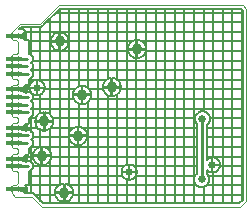
<source format=gbl>
G04 EAGLE Gerber X2 export*
%TF.Part,Single*%
%TF.FileFunction,Other,bottom copper*%
%TF.FilePolarity,Positive*%
%TF.GenerationSoftware,Autodesk,EAGLE,9.6.2*%
%TF.CreationDate,2020-07-07T11:12:48Z*%
G75*
%MOMM*%
%FSLAX34Y34*%
%LPD*%
%INbottom copper*%
%AMOC8*
5,1,8,0,0,1.08239X$1,22.5*%
G01*
%ADD10C,0.000000*%
%ADD11R,1.350000X0.450000*%
%ADD12C,0.454000*%
%ADD13C,0.254000*%
%ADD14C,0.935000*%
%ADD15C,0.304800*%
%ADD16C,0.127000*%
%ADD17C,0.680000*%
%ADD18C,0.203200*%


D10*
X0Y-23000D02*
X3000Y-26000D01*
X17000Y-26000D01*
X39750Y136500D02*
X195500Y136500D01*
X39750Y136500D02*
X23750Y120500D01*
X7000Y120500D01*
X0Y113500D01*
X0Y107500D01*
X0Y94000D02*
X0Y75000D01*
X1000Y74000D01*
X4000Y74000D01*
X5000Y73000D01*
X5000Y70000D02*
X4000Y69000D01*
X1000Y69000D01*
X0Y68000D01*
X5000Y70000D02*
X5000Y73000D01*
X0Y68000D02*
X0Y42500D01*
X1000Y41500D01*
X4000Y41500D01*
X5000Y40500D01*
X5000Y37500D02*
X4000Y36500D01*
X1000Y36500D01*
X0Y35500D01*
X5000Y37500D02*
X5000Y40500D01*
X0Y-16500D02*
X0Y-23000D01*
X0Y-3000D02*
X0Y9500D01*
X0Y16500D02*
X0Y35500D01*
X0Y-3000D02*
X1000Y-4000D01*
X4000Y-4000D02*
X5000Y-5000D01*
X4000Y-4000D02*
X1000Y-4000D01*
X5000Y-5000D02*
X5000Y-14500D01*
X4000Y-15500D01*
X1000Y-15500D01*
X0Y-16500D01*
X1000Y106500D02*
X0Y107500D01*
X1000Y106500D02*
X4000Y106500D01*
X5000Y105500D01*
X5000Y96000D01*
X4000Y95000D01*
X1000Y95000D01*
X0Y94000D01*
X0Y16500D02*
X1000Y15500D01*
X4000Y15500D01*
X5000Y14500D01*
X5000Y11500D01*
X4000Y10500D01*
X1000Y10500D01*
X0Y9500D01*
X17000Y-26000D02*
X25500Y-34500D01*
X193500Y-34500D01*
X198500Y-29500D01*
X198500Y133500D01*
X195500Y136500D01*
D11*
X2000Y91000D03*
X2000Y84500D03*
X2000Y78000D03*
X2000Y65000D03*
X2000Y58500D03*
X2000Y52000D03*
X2000Y45500D03*
X2000Y32500D03*
X2000Y26000D03*
X2000Y19500D03*
X2000Y6500D03*
X2000Y0D03*
X2000Y-19500D03*
X2000Y110500D03*
D12*
X6500Y0D03*
X0Y0D03*
D13*
X2000Y0D02*
X13500Y0D01*
D12*
X0Y65000D03*
X6500Y65000D03*
X0Y110500D03*
X6500Y110500D03*
X0Y6500D03*
D14*
X44516Y-22388D03*
D12*
X0Y-19500D03*
X6500Y-19500D03*
X6500Y6500D03*
X6500Y32500D03*
X0Y32500D03*
D14*
X106018Y99112D03*
X59644Y60400D03*
X27644Y37888D03*
X56144Y25750D03*
D15*
X6500Y110500D02*
X0Y110500D01*
D13*
X12000Y35000D02*
X6500Y32500D01*
X12000Y30600D02*
X12000Y35000D01*
X12000Y30600D02*
X6500Y32500D01*
X6500Y65000D02*
X12000Y67500D01*
X12000Y63100D01*
X6500Y65000D01*
X12500Y8500D02*
X12500Y4600D01*
X7000Y6500D01*
X12000Y-18000D02*
X12000Y-22000D01*
X6500Y-19500D01*
X6500Y110500D02*
X10730Y112423D01*
X10730Y108577D01*
X6500Y110500D01*
D16*
X6500Y65000D02*
X2000Y65000D01*
D14*
X40662Y105604D03*
D13*
X12500Y8500D02*
X6500Y6500D01*
X12000Y-18000D02*
X6500Y-19500D01*
D14*
X25644Y8750D03*
D17*
X21500Y66500D03*
D14*
X84644Y66900D03*
D18*
X11786Y7196D02*
X11786Y6500D01*
X11786Y7196D02*
X11766Y7271D01*
X11766Y9147D01*
X11578Y9849D01*
X13884Y9849D01*
X14851Y10816D01*
X14851Y15214D01*
X15175Y15214D01*
X17686Y17725D01*
X17686Y21275D01*
X16261Y22700D01*
X17786Y24225D01*
X17786Y27775D01*
X15275Y30286D01*
X11766Y30286D01*
X11766Y31729D01*
X11786Y31804D01*
X11786Y32500D01*
X6500Y32500D01*
X6500Y32500D01*
X11786Y32500D01*
X11786Y33196D01*
X11766Y33271D01*
X11766Y35147D01*
X11578Y35849D01*
X13884Y35849D01*
X14851Y36816D01*
X14851Y41214D01*
X15375Y41214D01*
X17886Y43725D01*
X17886Y47275D01*
X16311Y48850D01*
X17686Y50225D01*
X17686Y53775D01*
X16261Y55200D01*
X17786Y56725D01*
X17786Y60275D01*
X15275Y62786D01*
X11766Y62786D01*
X11766Y64229D01*
X11786Y64304D01*
X11786Y65000D01*
X6500Y65000D01*
X6500Y65000D01*
X11786Y65000D01*
X11786Y65696D01*
X11766Y65771D01*
X11766Y67647D01*
X11578Y68349D01*
X13884Y68349D01*
X14851Y69316D01*
X14851Y73714D01*
X15275Y73714D01*
X17786Y76225D01*
X17786Y79775D01*
X16261Y81300D01*
X17686Y82725D01*
X17686Y86275D01*
X16211Y87750D01*
X17686Y89225D01*
X17686Y92775D01*
X15175Y95286D01*
X14851Y95286D01*
X14851Y105804D01*
X13884Y106771D01*
X11536Y106771D01*
X11766Y107001D01*
X11766Y109729D01*
X11786Y109804D01*
X11786Y110500D01*
X11766Y110500D01*
X11766Y110500D01*
X11786Y110500D01*
X11786Y111196D01*
X11766Y111271D01*
X11766Y113999D01*
X9999Y115766D01*
X7271Y115766D01*
X7196Y115786D01*
X6551Y115786D01*
X8249Y117484D01*
X24999Y117484D01*
X26766Y119251D01*
X40999Y133484D01*
X194251Y133484D01*
X195484Y132251D01*
X195484Y-28251D01*
X192251Y-31484D01*
X26749Y-31484D01*
X18249Y-22984D01*
X11520Y-22984D01*
X11560Y-22914D01*
X11766Y-22147D01*
X11766Y-20271D01*
X11786Y-20196D01*
X11786Y-19500D01*
X6500Y-19500D01*
X6500Y-19500D01*
X11786Y-19500D01*
X11786Y-18804D01*
X11766Y-18729D01*
X11766Y-16853D01*
X11578Y-16151D01*
X13884Y-16151D01*
X14851Y-15184D01*
X14851Y-4286D01*
X15275Y-4286D01*
X17786Y-1775D01*
X17786Y1775D01*
X15275Y4286D01*
X11766Y4286D01*
X11766Y5729D01*
X11786Y5804D01*
X11786Y6500D01*
X6500Y6500D01*
X6500Y6500D01*
X11786Y6500D01*
X168001Y38724D02*
X168001Y41276D01*
X167024Y43634D01*
X165220Y45439D01*
X162862Y46416D01*
X160309Y46416D01*
X157951Y45439D01*
X156146Y43634D01*
X155169Y41276D01*
X155169Y38724D01*
X156146Y36366D01*
X157067Y35445D01*
X156657Y-6269D01*
X155457Y-7470D01*
X154480Y-9828D01*
X154480Y-12380D01*
X155457Y-14738D01*
X157262Y-16543D01*
X159620Y-17520D01*
X162172Y-17520D01*
X164530Y-16543D01*
X166335Y-14738D01*
X167312Y-12380D01*
X167312Y-9828D01*
X166335Y-7470D01*
X165229Y-6363D01*
X165260Y-3205D01*
X165926Y-3872D01*
X166977Y-4574D01*
X168145Y-5057D01*
X169384Y-5304D01*
X170016Y-5304D01*
X170016Y1112D01*
X170016Y1112D01*
X170016Y-5304D01*
X170648Y-5304D01*
X171887Y-5057D01*
X173055Y-4574D01*
X174106Y-3872D01*
X175000Y-2978D01*
X175702Y-1927D01*
X176185Y-759D01*
X176432Y480D01*
X176432Y1112D01*
X170016Y1112D01*
X170016Y1112D01*
X176432Y1112D01*
X176432Y1744D01*
X176185Y2983D01*
X175702Y4151D01*
X175000Y5202D01*
X174106Y6096D01*
X173055Y6798D01*
X171887Y7281D01*
X170648Y7528D01*
X170016Y7528D01*
X170016Y1112D01*
X170016Y1112D01*
X170016Y7528D01*
X169384Y7528D01*
X168145Y7281D01*
X166977Y6798D01*
X165926Y6096D01*
X165345Y5515D01*
X165634Y34976D01*
X167024Y36366D01*
X168001Y38724D01*
X99500Y1416D02*
X99500Y-5000D01*
X99500Y-5000D01*
X99500Y1416D01*
X98868Y1416D01*
X97629Y1169D01*
X96461Y686D01*
X95410Y-16D01*
X94516Y-910D01*
X93814Y-1961D01*
X93331Y-3129D01*
X93084Y-4368D01*
X93084Y-5000D01*
X99500Y-5000D01*
X99500Y-5000D01*
X93084Y-5000D01*
X93084Y-5632D01*
X93331Y-6871D01*
X93814Y-8039D01*
X94516Y-9090D01*
X95410Y-9984D01*
X96461Y-10686D01*
X97629Y-11169D01*
X98868Y-11416D01*
X99500Y-11416D01*
X99500Y-5000D01*
X99500Y-5000D01*
X99500Y-11416D01*
X100132Y-11416D01*
X101371Y-11169D01*
X102539Y-10686D01*
X103590Y-9984D01*
X104484Y-9090D01*
X105186Y-8039D01*
X105669Y-6871D01*
X105916Y-5632D01*
X105916Y-5000D01*
X99500Y-5000D01*
X99500Y-5000D01*
X105916Y-5000D01*
X105916Y-4368D01*
X105669Y-3129D01*
X105186Y-1961D01*
X104484Y-910D01*
X103590Y-16D01*
X102539Y686D01*
X101371Y1169D01*
X100132Y1416D01*
X99500Y1416D01*
X85003Y67259D02*
X85003Y74591D01*
X85003Y67259D02*
X84285Y67259D01*
X84285Y74591D01*
X83886Y74591D01*
X82401Y74295D01*
X81001Y73716D01*
X79741Y72874D01*
X78670Y71803D01*
X77828Y70543D01*
X77249Y69143D01*
X76953Y67658D01*
X76953Y67259D01*
X84285Y67259D01*
X84285Y66541D01*
X76953Y66541D01*
X76953Y66142D01*
X77249Y64657D01*
X77828Y63257D01*
X78670Y61997D01*
X79741Y60926D01*
X81001Y60084D01*
X82401Y59505D01*
X83886Y59209D01*
X84285Y59209D01*
X84285Y66541D01*
X85003Y66541D01*
X85003Y59209D01*
X85402Y59209D01*
X86887Y59505D01*
X88287Y60084D01*
X89547Y60926D01*
X90618Y61997D01*
X91460Y63257D01*
X92039Y64657D01*
X92335Y66142D01*
X92335Y66541D01*
X85003Y66541D01*
X85003Y67259D01*
X92335Y67259D01*
X92335Y67658D01*
X92039Y69143D01*
X91460Y70543D01*
X90618Y71803D01*
X89547Y72874D01*
X88287Y73716D01*
X86887Y74295D01*
X85402Y74591D01*
X85003Y74591D01*
X26003Y16441D02*
X26003Y9109D01*
X25285Y9109D01*
X25285Y16441D01*
X24886Y16441D01*
X23401Y16145D01*
X22001Y15566D01*
X20741Y14724D01*
X19670Y13653D01*
X18828Y12393D01*
X18249Y10993D01*
X17953Y9508D01*
X17953Y9109D01*
X25285Y9109D01*
X25285Y8391D01*
X17953Y8391D01*
X17953Y7992D01*
X18249Y6507D01*
X18828Y5107D01*
X19670Y3847D01*
X20741Y2776D01*
X22001Y1934D01*
X23401Y1355D01*
X24886Y1059D01*
X25285Y1059D01*
X25285Y8391D01*
X26003Y8391D01*
X26003Y1059D01*
X26402Y1059D01*
X27887Y1355D01*
X29287Y1934D01*
X30547Y2776D01*
X31618Y3847D01*
X32460Y5107D01*
X33039Y6507D01*
X33335Y7992D01*
X33335Y8391D01*
X26003Y8391D01*
X26003Y9109D01*
X33335Y9109D01*
X33335Y9508D01*
X33039Y10993D01*
X32460Y12393D01*
X31618Y13653D01*
X30547Y14724D01*
X29287Y15566D01*
X27887Y16145D01*
X26402Y16441D01*
X26003Y16441D01*
X56503Y26109D02*
X56503Y33441D01*
X56503Y26109D02*
X55785Y26109D01*
X55785Y33441D01*
X55386Y33441D01*
X53901Y33145D01*
X52501Y32566D01*
X51241Y31724D01*
X50170Y30653D01*
X49328Y29393D01*
X48749Y27993D01*
X48453Y26508D01*
X48453Y26109D01*
X55785Y26109D01*
X55785Y25391D01*
X48453Y25391D01*
X48453Y24992D01*
X48749Y23507D01*
X49328Y22107D01*
X50170Y20847D01*
X51241Y19776D01*
X52501Y18934D01*
X53901Y18355D01*
X55386Y18059D01*
X55785Y18059D01*
X55785Y25391D01*
X56503Y25391D01*
X56503Y18059D01*
X56902Y18059D01*
X58387Y18355D01*
X59787Y18934D01*
X61047Y19776D01*
X62118Y20847D01*
X62960Y22107D01*
X63539Y23507D01*
X63835Y24992D01*
X63835Y25391D01*
X56503Y25391D01*
X56503Y26109D01*
X63835Y26109D01*
X63835Y26508D01*
X63539Y27993D01*
X62960Y29393D01*
X62118Y30653D01*
X61047Y31724D01*
X59787Y32566D01*
X58387Y33145D01*
X56902Y33441D01*
X56503Y33441D01*
X60003Y60759D02*
X60003Y68091D01*
X60003Y60759D02*
X59285Y60759D01*
X59285Y68091D01*
X58886Y68091D01*
X57401Y67795D01*
X56001Y67216D01*
X54741Y66374D01*
X53670Y65303D01*
X52828Y64043D01*
X52249Y62643D01*
X51953Y61158D01*
X51953Y60759D01*
X59285Y60759D01*
X59285Y60041D01*
X51953Y60041D01*
X51953Y59642D01*
X52249Y58157D01*
X52828Y56757D01*
X53670Y55497D01*
X54741Y54426D01*
X56001Y53584D01*
X57401Y53005D01*
X58886Y52709D01*
X59285Y52709D01*
X59285Y60041D01*
X60003Y60041D01*
X60003Y52709D01*
X60402Y52709D01*
X61887Y53005D01*
X63287Y53584D01*
X64547Y54426D01*
X65618Y55497D01*
X66460Y56757D01*
X67039Y58157D01*
X67335Y59642D01*
X67335Y60041D01*
X60003Y60041D01*
X60003Y60759D01*
X67335Y60759D01*
X67335Y61158D01*
X67039Y62643D01*
X66460Y64043D01*
X65618Y65303D01*
X64547Y66374D01*
X63287Y67216D01*
X61887Y67795D01*
X60402Y68091D01*
X60003Y68091D01*
X44875Y-14697D02*
X44875Y-22029D01*
X44157Y-22029D01*
X44157Y-14697D01*
X43758Y-14697D01*
X42273Y-14993D01*
X40873Y-15572D01*
X39613Y-16414D01*
X38542Y-17485D01*
X37700Y-18745D01*
X37121Y-20145D01*
X36825Y-21630D01*
X36825Y-22029D01*
X44157Y-22029D01*
X44157Y-22747D01*
X36825Y-22747D01*
X36825Y-23146D01*
X37121Y-24631D01*
X37700Y-26031D01*
X38542Y-27291D01*
X39613Y-28362D01*
X40873Y-29204D01*
X42273Y-29783D01*
X43758Y-30079D01*
X44157Y-30079D01*
X44157Y-22747D01*
X44875Y-22747D01*
X44875Y-30079D01*
X45274Y-30079D01*
X46759Y-29783D01*
X48159Y-29204D01*
X49419Y-28362D01*
X50490Y-27291D01*
X51332Y-26031D01*
X51911Y-24631D01*
X52207Y-23146D01*
X52207Y-22747D01*
X44875Y-22747D01*
X44875Y-22029D01*
X52207Y-22029D01*
X52207Y-21630D01*
X51911Y-20145D01*
X51332Y-18745D01*
X50490Y-17485D01*
X49419Y-16414D01*
X48159Y-15572D01*
X46759Y-14993D01*
X45274Y-14697D01*
X44875Y-14697D01*
X106377Y99471D02*
X106377Y106803D01*
X106377Y99471D02*
X105659Y99471D01*
X105659Y106803D01*
X105260Y106803D01*
X103775Y106507D01*
X102375Y105928D01*
X101115Y105086D01*
X100044Y104015D01*
X99202Y102755D01*
X98623Y101355D01*
X98327Y99870D01*
X98327Y99471D01*
X105659Y99471D01*
X105659Y98753D01*
X98327Y98753D01*
X98327Y98354D01*
X98623Y96869D01*
X99202Y95469D01*
X100044Y94209D01*
X101115Y93138D01*
X102375Y92296D01*
X103775Y91717D01*
X105260Y91421D01*
X105659Y91421D01*
X105659Y98753D01*
X106377Y98753D01*
X106377Y91421D01*
X106776Y91421D01*
X108261Y91717D01*
X109661Y92296D01*
X110921Y93138D01*
X111992Y94209D01*
X112834Y95469D01*
X113413Y96869D01*
X113709Y98354D01*
X113709Y98753D01*
X106377Y98753D01*
X106377Y99471D01*
X113709Y99471D01*
X113709Y99870D01*
X113413Y101355D01*
X112834Y102755D01*
X111992Y104015D01*
X110921Y105086D01*
X109661Y105928D01*
X108261Y106507D01*
X106776Y106803D01*
X106377Y106803D01*
X28003Y45579D02*
X28003Y38247D01*
X27285Y38247D01*
X27285Y45579D01*
X26886Y45579D01*
X25401Y45283D01*
X24001Y44704D01*
X22741Y43862D01*
X21670Y42791D01*
X20828Y41531D01*
X20249Y40131D01*
X19953Y38646D01*
X19953Y38247D01*
X27285Y38247D01*
X27285Y37529D01*
X19953Y37529D01*
X19953Y37130D01*
X20249Y35645D01*
X20828Y34245D01*
X21670Y32985D01*
X22741Y31914D01*
X24001Y31072D01*
X25401Y30493D01*
X26886Y30197D01*
X27285Y30197D01*
X27285Y37529D01*
X28003Y37529D01*
X28003Y30197D01*
X28402Y30197D01*
X29887Y30493D01*
X31287Y31072D01*
X32547Y31914D01*
X33618Y32985D01*
X34460Y34245D01*
X35039Y35645D01*
X35335Y37130D01*
X35335Y37529D01*
X28003Y37529D01*
X28003Y38247D01*
X35335Y38247D01*
X35335Y38646D01*
X35039Y40131D01*
X34460Y41531D01*
X33618Y42791D01*
X32547Y43862D01*
X31287Y44704D01*
X29887Y45283D01*
X28402Y45579D01*
X28003Y45579D01*
X41021Y105963D02*
X41021Y113295D01*
X41021Y105963D02*
X40303Y105963D01*
X40303Y113295D01*
X39904Y113295D01*
X38419Y112999D01*
X37019Y112420D01*
X35759Y111578D01*
X34688Y110507D01*
X33846Y109247D01*
X33267Y107847D01*
X32971Y106362D01*
X32971Y105963D01*
X40303Y105963D01*
X40303Y105245D01*
X32971Y105245D01*
X32971Y104846D01*
X33267Y103361D01*
X33846Y101961D01*
X34688Y100701D01*
X35759Y99630D01*
X37019Y98788D01*
X38419Y98209D01*
X39904Y97913D01*
X40303Y97913D01*
X40303Y105245D01*
X41021Y105245D01*
X41021Y97913D01*
X41420Y97913D01*
X42905Y98209D01*
X44305Y98788D01*
X45565Y99630D01*
X46636Y100701D01*
X47478Y101961D01*
X48057Y103361D01*
X48353Y104846D01*
X48353Y105245D01*
X41021Y105245D01*
X41021Y105963D01*
X48353Y105963D01*
X48353Y106362D01*
X48057Y107847D01*
X47478Y109247D01*
X46636Y110507D01*
X45565Y111578D01*
X44305Y112420D01*
X42905Y112999D01*
X41420Y113295D01*
X41021Y113295D01*
X21500Y72916D02*
X21500Y66500D01*
X21500Y66500D01*
X21500Y72916D01*
X20868Y72916D01*
X19629Y72669D01*
X18461Y72186D01*
X17410Y71484D01*
X16516Y70590D01*
X15814Y69539D01*
X15331Y68371D01*
X15084Y67132D01*
X15084Y66500D01*
X21500Y66500D01*
X21500Y66500D01*
X15084Y66500D01*
X15084Y65868D01*
X15331Y64629D01*
X15814Y63461D01*
X16516Y62410D01*
X17410Y61516D01*
X18461Y60814D01*
X19629Y60331D01*
X20868Y60084D01*
X21500Y60084D01*
X21500Y66500D01*
X21500Y66500D01*
X21500Y60084D01*
X22132Y60084D01*
X23371Y60331D01*
X24539Y60814D01*
X25590Y61516D01*
X26484Y62410D01*
X27186Y63461D01*
X27669Y64629D01*
X27916Y65868D01*
X27916Y66500D01*
X21500Y66500D01*
X21500Y66500D01*
X27916Y66500D01*
X27916Y67132D01*
X27669Y68371D01*
X27186Y69539D01*
X26484Y70590D01*
X25590Y71484D01*
X24539Y72186D01*
X23371Y72669D01*
X22132Y72916D01*
X21500Y72916D01*
X19649Y-24384D02*
X37071Y-24384D01*
X44157Y-24384D02*
X44875Y-24384D01*
X51961Y-24384D02*
X195484Y-24384D01*
X39850Y-16256D02*
X11606Y-16256D01*
X44157Y-16256D02*
X44875Y-16256D01*
X49182Y-16256D02*
X156975Y-16256D01*
X164818Y-16256D02*
X195484Y-16256D01*
X93874Y-8128D02*
X14851Y-8128D01*
X99500Y-8128D02*
X99500Y-8128D01*
X105126Y-8128D02*
X155184Y-8128D01*
X166608Y-8128D02*
X195484Y-8128D01*
X95435Y0D02*
X17786Y0D01*
X99500Y0D02*
X99500Y0D01*
X103565Y0D02*
X156719Y0D01*
X170016Y0D02*
X170016Y0D01*
X176336Y0D02*
X195484Y0D01*
X17953Y8128D02*
X11766Y8128D01*
X25285Y8128D02*
X26003Y8128D01*
X33335Y8128D02*
X156799Y8128D01*
X165371Y8128D02*
X195484Y8128D01*
X23957Y16256D02*
X16217Y16256D01*
X25285Y16256D02*
X26003Y16256D01*
X27331Y16256D02*
X156878Y16256D01*
X165451Y16256D02*
X195484Y16256D01*
X48574Y24384D02*
X17786Y24384D01*
X55785Y24384D02*
X56503Y24384D01*
X63714Y24384D02*
X156958Y24384D01*
X165531Y24384D02*
X195484Y24384D01*
X22143Y32512D02*
X11786Y32512D01*
X27285Y32512D02*
X28003Y32512D01*
X33145Y32512D02*
X52421Y32512D01*
X55785Y32512D02*
X56503Y32512D01*
X59867Y32512D02*
X157038Y32512D01*
X165610Y32512D02*
X195484Y32512D01*
X20459Y40640D02*
X14851Y40640D01*
X27285Y40640D02*
X28003Y40640D01*
X34829Y40640D02*
X155169Y40640D01*
X168001Y40640D02*
X195484Y40640D01*
X195484Y48768D02*
X16393Y48768D01*
X17786Y56896D02*
X52771Y56896D01*
X59285Y56896D02*
X60003Y56896D01*
X66517Y56896D02*
X195484Y56896D01*
X15252Y65024D02*
X11786Y65024D01*
X21500Y65024D02*
X21500Y65024D01*
X27748Y65024D02*
X53484Y65024D01*
X59285Y65024D02*
X60003Y65024D01*
X65804Y65024D02*
X77175Y65024D01*
X84285Y65024D02*
X85003Y65024D01*
X92112Y65024D02*
X195484Y65024D01*
X80157Y73152D02*
X14851Y73152D01*
X84285Y73152D02*
X85003Y73152D01*
X89131Y73152D02*
X195484Y73152D01*
X195484Y81280D02*
X16281Y81280D01*
X17686Y89408D02*
X195484Y89408D01*
X98490Y97536D02*
X14851Y97536D01*
X105659Y97536D02*
X106377Y97536D01*
X113546Y97536D02*
X195484Y97536D01*
X40303Y105664D02*
X14851Y105664D01*
X41021Y105664D02*
X101980Y105664D01*
X105659Y105664D02*
X106377Y105664D01*
X110056Y105664D02*
X195484Y105664D01*
X195484Y113792D02*
X11766Y113792D01*
X29435Y121920D02*
X195484Y121920D01*
X195484Y130048D02*
X37563Y130048D01*
X8128Y-19500D02*
X8128Y-19500D01*
X8128Y6500D02*
X8128Y6500D01*
X8128Y32500D02*
X8128Y32500D01*
X8128Y65000D02*
X8128Y65000D01*
X8128Y115766D02*
X8128Y117363D01*
X16256Y-3305D02*
X16256Y-22984D01*
X16256Y3305D02*
X16256Y16295D01*
X16256Y29305D02*
X16256Y42095D01*
X16256Y61805D02*
X16256Y62800D01*
X16256Y66500D02*
X16256Y66500D01*
X16256Y70200D02*
X16256Y74695D01*
X16256Y87705D02*
X16256Y87795D01*
X16256Y94205D02*
X16256Y117484D01*
X24384Y1159D02*
X24384Y-29119D01*
X24384Y8391D02*
X24384Y9109D01*
X24384Y16341D02*
X24384Y30914D01*
X24384Y37529D02*
X24384Y38247D01*
X24384Y44862D02*
X24384Y60750D01*
X24384Y66500D02*
X24384Y66500D01*
X24384Y72250D02*
X24384Y117484D01*
X32512Y5233D02*
X32512Y-31484D01*
X32512Y8391D02*
X32512Y9109D01*
X32512Y12267D02*
X32512Y31891D01*
X32512Y37529D02*
X32512Y38247D01*
X32512Y43885D02*
X32512Y124997D01*
X40640Y-29048D02*
X40640Y-31484D01*
X40640Y-22747D02*
X40640Y-22029D01*
X40640Y-15728D02*
X40640Y105245D01*
X40640Y105963D02*
X40640Y133125D01*
X48768Y-28797D02*
X48768Y-31484D01*
X48768Y-22747D02*
X48768Y-22029D01*
X48768Y-15979D02*
X48768Y23460D01*
X48768Y25391D02*
X48768Y26109D01*
X48768Y28040D02*
X48768Y133484D01*
X56896Y18059D02*
X56896Y-31484D01*
X56896Y25391D02*
X56896Y26109D01*
X56896Y33441D02*
X56896Y53214D01*
X56896Y60041D02*
X56896Y60759D01*
X56896Y67586D02*
X56896Y133484D01*
X65024Y54903D02*
X65024Y-31484D01*
X65024Y60041D02*
X65024Y60759D01*
X65024Y65897D02*
X65024Y133484D01*
X73152Y133484D02*
X73152Y-31484D01*
X81280Y-31484D02*
X81280Y59969D01*
X81280Y66541D02*
X81280Y67259D01*
X81280Y73831D02*
X81280Y133484D01*
X89408Y60833D02*
X89408Y-31484D01*
X89408Y66541D02*
X89408Y67259D01*
X89408Y72967D02*
X89408Y133484D01*
X97536Y-11131D02*
X97536Y-31484D01*
X97536Y-5000D02*
X97536Y-5000D01*
X97536Y1131D02*
X97536Y133484D01*
X105664Y-6885D02*
X105664Y-31484D01*
X105664Y-5000D02*
X105664Y-5000D01*
X105664Y-3115D02*
X105664Y98753D01*
X105664Y99471D02*
X105664Y133484D01*
X113792Y133484D02*
X113792Y-31484D01*
X121920Y-31484D02*
X121920Y133484D01*
X130048Y133484D02*
X130048Y-31484D01*
X138176Y-31484D02*
X138176Y133484D01*
X146304Y133484D02*
X146304Y-31484D01*
X154432Y-31484D02*
X154432Y133484D01*
X162560Y-17359D02*
X162560Y-31484D01*
X162560Y46416D02*
X162560Y133484D01*
X170688Y-5296D02*
X170688Y-31484D01*
X170688Y1112D02*
X170688Y1112D01*
X170688Y7520D02*
X170688Y133484D01*
X178816Y133484D02*
X178816Y-31484D01*
X186944Y-31484D02*
X186944Y133484D01*
X195072Y132663D02*
X195072Y-28663D01*
D17*
X170016Y1112D03*
X99500Y-5000D03*
D12*
X6500Y19500D03*
X0Y19500D03*
D13*
X2000Y19500D02*
X13400Y19500D01*
D12*
X6500Y26000D03*
D16*
X2000Y26000D01*
D13*
X13500Y26000D01*
D12*
X0Y26000D03*
X6500Y45500D03*
D16*
X2000Y45500D01*
D12*
X0Y45500D03*
D13*
X2000Y45500D02*
X13600Y45500D01*
D12*
X6500Y52000D03*
X0Y52000D03*
D13*
X2000Y52000D02*
X13400Y52000D01*
D12*
X6500Y58500D03*
X0Y58500D03*
D13*
X2000Y58500D02*
X13500Y58500D01*
D12*
X6500Y84500D03*
D16*
X2000Y84500D01*
D12*
X0Y84500D03*
D13*
X2000Y84500D02*
X13400Y84500D01*
D12*
X6500Y78000D03*
X0Y78000D03*
D13*
X2000Y78000D02*
X13500Y78000D01*
D12*
X6500Y91000D03*
X0Y91000D03*
D13*
X2000Y91000D02*
X13400Y91000D01*
D17*
X160896Y-11104D03*
X161585Y40000D03*
D13*
X161569Y39974D01*
X161550Y39949D01*
X161529Y39927D01*
X161506Y39906D01*
X161481Y39888D01*
X161454Y39873D01*
X161426Y39860D01*
X161396Y39850D01*
X160896Y-11104D01*
M02*

</source>
